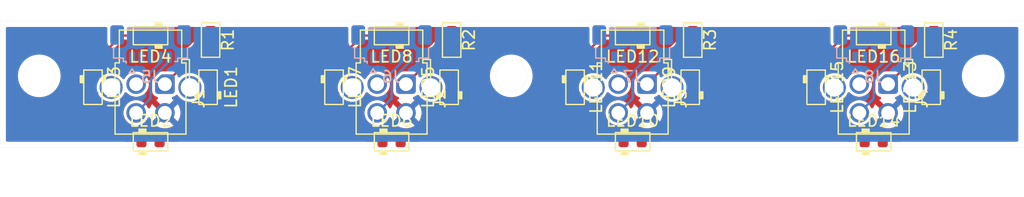
<source format=kicad_pcb>
(kicad_pcb
	(version 20241229)
	(generator "pcbnew")
	(generator_version "9.0")
	(general
		(thickness 1.6)
		(legacy_teardrops no)
	)
	(paper "A4")
	(layers
		(0 "F.Cu" signal)
		(2 "B.Cu" signal)
		(9 "F.Adhes" user "F.Adhesive")
		(11 "B.Adhes" user "B.Adhesive")
		(13 "F.Paste" user)
		(15 "B.Paste" user)
		(5 "F.SilkS" user "F.Silkscreen")
		(7 "B.SilkS" user "B.Silkscreen")
		(1 "F.Mask" user)
		(3 "B.Mask" user)
		(17 "Dwgs.User" user "User.Drawings")
		(19 "Cmts.User" user "User.Comments")
		(21 "Eco1.User" user "User.Eco1")
		(23 "Eco2.User" user "User.Eco2")
		(25 "Edge.Cuts" user)
		(27 "Margin" user)
		(31 "F.CrtYd" user "F.Courtyard")
		(29 "B.CrtYd" user "B.Courtyard")
		(35 "F.Fab" user)
		(33 "B.Fab" user)
		(39 "User.1" user)
		(41 "User.2" user)
		(43 "User.3" user)
		(45 "User.4" user)
	)
	(setup
		(pad_to_mask_clearance 0)
		(allow_soldermask_bridges_in_footprints no)
		(tenting front back)
		(pcbplotparams
			(layerselection 0x00000000_00000000_55555555_5755f5ff)
			(plot_on_all_layers_selection 0x00000000_00000000_00000000_00000000)
			(disableapertmacros no)
			(usegerberextensions no)
			(usegerberattributes yes)
			(usegerberadvancedattributes yes)
			(creategerberjobfile yes)
			(dashed_line_dash_ratio 12.000000)
			(dashed_line_gap_ratio 3.000000)
			(svgprecision 4)
			(plotframeref no)
			(mode 1)
			(useauxorigin no)
			(hpglpennumber 1)
			(hpglpenspeed 20)
			(hpglpendiameter 15.000000)
			(pdf_front_fp_property_popups yes)
			(pdf_back_fp_property_popups yes)
			(pdf_metadata yes)
			(pdf_single_document no)
			(dxfpolygonmode yes)
			(dxfimperialunits yes)
			(dxfusepcbnewfont yes)
			(psnegative no)
			(psa4output no)
			(plot_black_and_white yes)
			(sketchpadsonfab no)
			(plotpadnumbers no)
			(hidednponfab no)
			(sketchdnponfab yes)
			(crossoutdnponfab yes)
			(subtractmaskfromsilk no)
			(outputformat 1)
			(mirror no)
			(drillshape 1)
			(scaleselection 1)
			(outputdirectory "")
		)
	)
	(net 0 "")
	(net 1 "/CAN0_H")
	(net 2 "GND")
	(net 3 "/CAN0_L")
	(net 4 "/CAN1_L")
	(net 5 "/CAN1_H")
	(net 6 "/CAN2_L")
	(net 7 "/CAN2_H")
	(net 8 "/CAN3_H")
	(net 9 "/CAN3_L")
	(net 10 "unconnected-(J5-Pin_2-Pad2)")
	(net 11 "unconnected-(J5-Pin_1-Pad1)")
	(net 12 "unconnected-(J6-Pin_2-Pad2)")
	(net 13 "unconnected-(J6-Pin_1-Pad1)")
	(net 14 "unconnected-(J7-Pin_2-Pad2)")
	(net 15 "unconnected-(J7-Pin_1-Pad1)")
	(net 16 "unconnected-(J8-Pin_1-Pad1)")
	(net 17 "unconnected-(J8-Pin_2-Pad2)")
	(net 18 "Net-(LED1-K)")
	(net 19 "Net-(LED1-A)")
	(net 20 "Net-(LED2-K)")
	(net 21 "Net-(LED3-K)")
	(net 22 "Net-(LED5-A)")
	(net 23 "Net-(LED5-K)")
	(net 24 "Net-(LED6-K)")
	(net 25 "Net-(LED7-K)")
	(net 26 "Net-(LED9-A)")
	(net 27 "Net-(LED10-A)")
	(net 28 "Net-(LED10-K)")
	(net 29 "Net-(LED11-K)")
	(net 30 "Net-(LED13-A)")
	(net 31 "Net-(LED13-K)")
	(net 32 "Net-(LED14-K)")
	(net 33 "Net-(LED15-K)")
	(net 34 "CAN0_+12V")
	(net 35 "CAN1_+12V")
	(net 36 "CAN2_+12V")
	(net 37 "CAN3_+12V")
	(footprint "PCM_LED_SMD_AKL:LED_0603_1608Metric" (layer "F.Cu") (at 107.505 99.75 -90))
	(footprint "PCM_Resistor_SMD_AKL:R_0603_1608Metric" (layer "F.Cu") (at 138.665 95.64 -90))
	(footprint "PCM_LED_SMD_AKL:LED_0603_1608Metric" (layer "F.Cu") (at 149.385 99.75 -90))
	(footprint "PCM_Resistor_SMD_AKL:R_0603_1608Metric" (layer "F.Cu") (at 180.545 95.64 -90))
	(footprint "PCM_LED_SMD_AKL:LED_0603_1608Metric" (layer "F.Cu") (at 128.445 99.75 -90))
	(footprint "Library:Molex_Nano-Fit_105312-xx04_2x02_P2.50mm_Vertical" (layer "F.Cu") (at 134.695 99.48 -90))
	(footprint "Library:Molex_Nano-Fit_105312-xx04_2x02_P2.50mm_Vertical" (layer "F.Cu") (at 155.635 99.48 -90))
	(footprint "PCM_LED_SMD_AKL:LED_0603_1608Metric" (layer "F.Cu") (at 154.385 95.25 180))
	(footprint "Library:Molex_Nano-Fit_105312-xx04_2x02_P2.50mm_Vertical" (layer "F.Cu") (at 176.575 99.48 -90))
	(footprint "PCM_LED_SMD_AKL:LED_0603_1608Metric" (layer "F.Cu") (at 138.445 99.75 90))
	(footprint "PCM_Resistor_SMD_AKL:R_0603_1608Metric" (layer "F.Cu") (at 117.725 95.64 -90))
	(footprint "PCM_LED_SMD_AKL:LED_0603_1608Metric" (layer "F.Cu") (at 133.445 104.5))
	(footprint "PCM_LED_SMD_AKL:LED_0603_1608Metric" (layer "F.Cu") (at 154.385 104.5))
	(footprint "PCM_LED_SMD_AKL:LED_0603_1608Metric" (layer "F.Cu") (at 180.325 99.75 90))
	(footprint "Library:Molex_Nano-Fit_105312-xx04_2x02_P2.50mm_Vertical" (layer "F.Cu") (at 113.755 99.48 -90))
	(footprint "PCM_LED_SMD_AKL:LED_0603_1608Metric" (layer "F.Cu") (at 117.505 99.75 90))
	(footprint "PCM_LED_SMD_AKL:LED_0603_1608Metric" (layer "F.Cu") (at 175.325 104.5))
	(footprint "PCM_LED_SMD_AKL:LED_0603_1608Metric" (layer "F.Cu") (at 159.385 99.75 90))
	(footprint "PCM_Resistor_SMD_AKL:R_0603_1608Metric" (layer "F.Cu") (at 159.605 95.64 -90))
	(footprint "PCM_LED_SMD_AKL:LED_0603_1608Metric" (layer "F.Cu") (at 175.325 95.25 180))
	(footprint "PCM_LED_SMD_AKL:LED_0603_1608Metric" (layer "F.Cu") (at 133.445 95.25 180))
	(footprint "PCM_LED_SMD_AKL:LED_0603_1608Metric" (layer "F.Cu") (at 112.505 95.25 180))
	(footprint "PCM_LED_SMD_AKL:LED_0603_1608Metric" (layer "F.Cu") (at 112.505 104.5))
	(footprint "PCM_LED_SMD_AKL:LED_0603_1608Metric" (layer "F.Cu") (at 170.325 99.75 -90))
	(footprint "Connector_JST:JST_SUR_SM05B-SURS-TF_1x05-1MP_P0.80mm_Horizontal" (layer "B.Cu") (at 175.325 96))
	(footprint "Connector_JST:JST_SUR_SM05B-SURS-TF_1x05-1MP_P0.80mm_Horizontal" (layer "B.Cu") (at 112.505 96))
	(footprint "Connector_JST:JST_SUR_SM05B-SURS-TF_1x05-1MP_P0.80mm_Horizontal" (layer "B.Cu") (at 133.445 96))
	(footprint "Connector_JST:JST_SUR_SM05B-SURS-TF_1x05-1MP_P0.80mm_Horizontal" (layer "B.Cu") (at 154.385 96))
	(gr_line
		(start 188.39 94)
		(end 99.44 94)
		(stroke
			(width 0.01)
			(type solid)
		)
		(layer "Edge.Cuts")
		(uuid "5ef76991-e48b-43e3-a4e8-3741ad355c37")
	)
	(gr_circle
		(center 184.84 98.76)
		(end 186.19 98.76)
		(stroke
			(width 0.01)
			(type solid)
		)
		(fill no)
		(layer "Edge.Cuts")
		(uuid "95c56f5c-3d4c-412a-ab8f-514e2206c8af")
	)
	(gr_circle
		(center 102.84 98.76)
		(end 104.19 98.76)
		(stroke
			(width 0.01)
			(type solid)
		)
		(fill no)
		(layer "Edge.Cuts")
		(uuid "b1b99e18-3433-41f6-bcb8-5e737b9576ef")
	)
	(gr_circle
		(center 143.84 98.76)
		(end 145.19 98.76)
		(stroke
			(width 0.01)
			(type solid)
		)
		(fill no)
		(layer "Edge.Cuts")
		(uuid "bb519c6f-e6e1-4679-8747-b641c7b5a6ce")
	)
	(gr_line
		(start 99.44 105)
		(end 188.39 105)
		(stroke
			(width 0.01)
			(type solid)
		)
		(layer "Edge.Cuts")
		(uuid "c022685a-7338-461b-b171-4aade763c0ff")
	)
	(gr_line
		(start 99.44 94)
		(end 99.44 105)
		(stroke
			(width 0.01)
			(type solid)
		)
		(layer "Edge.Cuts")
		(uuid "d19f0ec4-6951-42fe-96df-17a9cd735eb9")
	)
	(gr_line
		(start 188.39 105)
		(end 188.39 94)
		(stroke
			(width 0.01)
			(type solid)
		)
		(layer "Edge.Cuts")
		(uuid "de6d1569-e3f9-42bb-9585-85b561558a42")
	)
	(segment
		(start 111.474999 99.48)
		(end 113.305 97.649999)
		(width 0.2)
		(layer "B.Cu")
		(net 1)
		(uuid "04e764cb-7cc2-45cd-be6e-69206c01c0e3")
	)
	(segment
		(start 111.255 99.48)
		(end 111.474999 99.48)
		(width 0.2)
		(layer "B.Cu")
		(net 1)
		(uuid "3210ac1c-2502-445c-b429-2f8308bad278")
	)
	(segment
		(start 113.305 97.649999)
		(end 113.305 97.15)
		(width 0.2)
		(layer "B.Cu")
		(net 1)
		(uuid "96639345-558a-4eaa-a0f1-a7c498ea0bdc")
	)
	(segment
		(start 112.505 99.11)
		(end 114.105 97.51)
		(width 0.2)
		(layer "B.Cu")
		(net 3)
		(uuid "3ed04364-08c9-47a9-b19a-1aceee430e66")
	)
	(segment
		(start 112.505 100.73)
		(end 112.505 99.11)
		(width 0.2)
		(layer "B.Cu")
		(net 3)
		(uuid "454271c3-0a1b-4a79-b90e-2e13ee37277c")
	)
	(segment
		(start 111.255 101.98)
		(end 112.505 100.73)
		(width 0.2)
		(layer "B.Cu")
		(net 3)
		(uuid "50020eca-5814-43d6-86db-40a1bb066445")
	)
	(segment
		(start 114.105 97.51)
		(end 114.105 97.15)
		(width 0.2)
		(layer "B.Cu")
		(net 3)
		(uuid "7aeb74bb-b067-4bca-8161-9ae33f47b731")
	)
	(segment
		(start 133.445 100.73)
		(end 133.445 99.11)
		(width 0.2)
		(layer "B.Cu")
		(net 4)
		(uuid "1619191a-b66a-45e2-b587-25f2ad25c4d2")
	)
	(segment
		(start 132.195 101.98)
		(end 133.445 100.73)
		(width 0.2)
		(layer "B.Cu")
		(net 4)
		(uuid "395b193d-1192-416e-a105-11ca3141f248")
	)
	(segment
		(start 135.045 97.51)
		(end 135.045 97.15)
		(width 0.2)
		(layer "B.Cu")
		(net 4)
		(uuid "e8f70805-8c35-4f8e-bc41-1664bb97ca97")
	)
	(segment
		(start 133.445 99.11)
		(end 135.045 97.51)
		(width 0.2)
		(layer "B.Cu")
		(net 4)
		(uuid "f03a9e45-d7ff-48d3-b60f-2e638376e8da")
	)
	(segment
		(start 132.414999 99.48)
		(end 134.245 97.649999)
		(width 0.2)
		(layer "B.Cu")
		(net 5)
		(uuid "0d5812e7-78d0-4547-ac53-e47a492bfb5d")
	)
	(segment
		(start 132.195 99.48)
		(end 132.414999 99.48)
		(width 0.2)
		(layer "B.Cu")
		(net 5)
		(uuid "7e2871a5-b2af-4993-9250-c3ac425c8f0c")
	)
	(segment
		(start 134.245 97.649999)
		(end 134.245 97.15)
		(width 0.2)
		(layer "B.Cu")
		(net 5)
		(uuid "f4d6712c-bd5e-4e2c-9b2f-48c66a332f16")
	)
	(segment
		(start 155.985 97.51)
		(end 155.985 97.15)
		(width 0.2)
		(layer "B.Cu")
		(net 6)
		(uuid "12c43d22-5e32-4508-b83c-4e8782a06785")
	)
	(segment
		(start 154.385 100.73)
		(end 154.385 99.11)
		(width 0.2)
		(layer "B.Cu")
		(net 6)
		(uuid "2a05557f-a879-4543-ae9f-ef8bed437846")
	)
	(segment
		(start 153.135 101.98)
		(end 154.385 100.73)
		(width 0.2)
		(layer "B.Cu")
		(net 6)
		(uuid "4429e035-c841-4ebf-bc55-6b90053e51bd")
	)
	(segment
		(start 154.385 99.11)
		(end 155.985 97.51)
		(width 0.2)
		(layer "B.Cu")
		(net 6)
		(uuid "a466eeca-c95c-422f-ac2e-a33169de498c")
	)
	(segment
		(start 153.135 99.48)
		(end 153.354999 99.48)
		(width 0.2)
		(layer "B.Cu")
		(net 7)
		(uuid "68dc8ff4-6989-400f-b483-30d36505adfa")
	)
	(segment
		(start 155.185 97.649999)
		(end 155.185 97.15)
		(width 0.2)
		(layer "B.Cu")
		(net 7)
		(uuid "8576d9ba-0695-4865-bc97-d6ebcf0dfb0d")
	)
	(segment
		(start 153.354999 99.48)
		(end 155.185 97.649999)
		(width 0.2)
		(layer "B.Cu")
		(net 7)
		(uuid "e44efeb1-b65d-4f02-88da-27b80ab37f3f")
	)
	(segment
		(start 174.075 99.48)
		(end 174.294999 99.48)
		(width 0.2)
		(layer "B.Cu")
		(net 8)
		(uuid "11468dc6-fb71-4433-8dac-deccb3dc19eb")
	)
	(segment
		(start 176.125 97.649999)
		(end 176.125 97.15)
		(width 0.2)
		(layer "B.Cu")
		(net 8)
		(uuid "9815c892-3075-42c5-aa0f-9217a72d2220")
	)
	(segment
		(start 174.294999 99.48)
		(end 176.125 97.649999)
		(width 0.2)
		(layer "B.Cu")
		(net 8)
		(uuid "ffbe1a24-f5c8-4bec-91bc-f76497ac2f81")
	)
	(segment
		(start 174.075 101.98)
		(end 175.325 100.73)
		(width 0.2)
		(layer "B.Cu")
		(net 9)
		(uuid "0f4e796f-60f8-451a-bde1-cd71232ce831")
	)
	(segment
		(start 175.325 100.73)
		(end 175.325 99.11)
		(width 0.2)
		(layer "B.Cu")
		(net 9)
		(uuid "2656450d-8716-4eee-8a56-837d4c68179d")
	)
	(segment
		(start 176.925 97.51)
		(end 176.925 97.15)
		(width 0.2)
		(layer "B.Cu")
		(net 9)
		(uuid "95a945cb-4dfa-4fd9-b28e-cf0518207a33")
	)
	(segment
		(start 175.325 99.11)
		(end 176.925 97.51)
		(width 0.2)
		(layer "B.Cu")
		(net 9)
		(uuid "a22a9c17-7650-4787-9634-1b5d56c097ac")
	)
	(segment
		(start 114.826 104.399)
		(end 113.2925 104.399)
		(width 0.2)
		(layer "F.Cu")
		(net 18)
		(uuid "7be782e4-9421-4c6b-8b2e-5c3701f70972")
	)
	(segment
		(start 117.505 101.72)
		(end 114.826 104.399)
		(width 0.2)
		(layer "F.Cu")
		(net 18)
		(uuid "a81c8d19-e2df-4bd2-bcdb-812893b0d918")
	)
	(segment
		(start 117.505 100.5375)
		(end 117.505 101.72)
		(width 0.2)
		(layer "F.Cu")
		(net 18)
		(uuid "ae5e89db-3c95-424c-b588-8368ae095511")
	)
	(segment
		(start 117.725 97.525)
		(end 117.725 96.465)
		(width 0.2)
		(layer "F.Cu")
		(net 19)
		(uuid "10c6e6fa-279f-4c6a-9857-7247f5755b35")
	)
	(segment
		(start 117.505 98.9625)
		(end 117.505 97.745)
		(width 0.2)
		(layer "F.Cu")
		(net 19)
		(uuid "51598a4c-35f0-4e4b-b93a-afb4d011b601")
	)
	(segment
		(start 117.505 97.745)
		(end 117.725 97.525)
		(width 0.2)
		(layer "F.Cu")
		(net 19)
		(uuid "9d77374a-62d1-40e2-b2b3-a07c381667c7")
	)
	(segment
		(start 107.505 101.578)
		(end 110.326 104.399)
		(width 0.2)
		(layer "F.Cu")
		(net 20)
		(uuid "03b3cd04-f33d-4395-83ce-1d029df12495")
	)
	(segment
		(start 110.326 104.399)
		(end 111.7175 104.399)
		(width 0.2)
		(layer "F.Cu")
		(net 20)
		(uuid "bbecc3fe-a9c7-491e-8815-0f2b21b7304f")
	)
	(segment
		(start 107.505 100.5375)
		(end 107.505 101.578)
		(width 0.2)
		(layer "F.Cu")
		(net 20)
		(uuid "e304bfbe-5c1a-461b-89f5-44c3173ca34d")
	)
	(segment
		(start 107.505 97.72)
		(end 109.975 95.25)
		(width 0.2)
		(layer "F.Cu")
		(net 21)
		(uuid "3fa5c6f9-08cf-4280-8beb-820a19985c97")
	)
	(segment
		(start 107.505 98.9625)
		(end 107.505 97.72)
		(width 0.2)
		(layer "F.Cu")
		(net 21)
		(uuid "66b066ca-4408-4608-8875-cbd54b083d44")
	)
	(segment
		(start 109.975 95.25)
		(end 111.7175 95.25)
		(width 0.2)
		(layer "F.Cu")
		(net 21)
		(uuid "ccd93ad2-8afb-4362-bd18-f2c6eca2e920")
	)
	(segment
		(start 138.445081 98.962486)
		(end 138.445081 97.744986)
		(width 0.2)
		(layer "F.Cu")
		(net 22)
		(uuid "0dda2049-05c8-4eaf-ab5e-f8d3c786eb37")
	)
	(segment
		(start 138.665081 97.524986)
		(end 138.665081 96.464986)
		(width 0.2)
		(layer "F.Cu")
		(net 22)
		(uuid "17056840-6155-4660-aada-5648c6f78b0f")
	)
	(segment
		(start 138.445081 97.744986)
		(end 138.665081 97.524986)
		(width 0.2)
		(layer "F.Cu")
		(net 22)
		(uuid "c84b5448-2138-4769-b74e-17ee997d5ce6")
	)
	(segment
		(start 135.766 104.399)
		(end 134.2325 104.399)
		(width 0.2)
		(layer "F.Cu")
		(net 23)
		(uuid "072af414-419e-4fbc-944c-37d9a785751b")
	)
	(segment
		(start 138.445 101.72)
		(end 135.766 104.399)
		(width 0.2)
		(layer "F.Cu")
		(net 23)
		(uuid "cb7b81b3-14d8-43e7-a922-db10483c0de8")
	)
	(segment
		(start 138.445 100.5375)
		(end 138.445 101.72)
		(width 0.2)
		(layer "F.Cu")
		(net 23)
		(uuid "eb52ff69-e47e-49e2-a744-e4cc01822fd6")
	)
	(segment
		(start 128.445 101.578)
		(end 131.266 104.399)
		(width 0.2)
		(layer "F.Cu")
		(net 24)
		(uuid "7a5d1ce6-a9db-44da-80a3-a8c4a5aef04c")
	)
	(segment
		(start 128.445 100.5375)
		(end 128.445 101.578)
		(width 0.2)
		(layer "F.Cu")
		(net 24)
		(uuid "a1926b07-1eea-40e1-bf03-f2e05a61956b")
	)
	(segment
		(start 131.266 104.399)
		(end 132.6575 104.399)
		(width 0.2)
		(layer "F.Cu")
		(net 24)
		(uuid "b9ad3127-cdfa-4e17-90f5-a409d5b2cdfc")
	)
	(segment
		(start 128.445 98.9625)
		(end 128.445 97.72)
		(width 0.2)
		(layer "F.Cu")
		(net 25)
		(uuid "1ecaec99-8765-4542-9709-f1e2a4d01735")
	)
	(segment
		(start 128.445 97.72)
		(end 130.915 95.25)
		(width 0.2)
		(layer "F.Cu")
		(net 25)
		(uuid "954901e6-0138-41b6-85f8-61a5fe438e8e")
	)
	(segment
		(start 130.915 95.25)
		(end 132.6575 95.25)
		(width 0.2)
		(layer "F.Cu")
		(net 25)
		(uuid "fa1b9c55-fc2b-4e41-a078-46a828bef738")
	)
	(segment
		(start 159.605148 97.524931)
		(end 159.605148 96.464931)
		(width 0.2)
		(layer "F.Cu")
		(net 26)
		(uuid "06218883-b96d-4cce-be8d-677cbddc63b6")
	)
	(segment
		(start 159.385148 98.962431)
		(end 159.385148 97.744931)
		(width 0.2)
		(layer "F.Cu")
		(net 26)
		(uuid "966f47b0-9da7-47dd-a750-2d696743f5fe")
	)
	(segment
		(start 159.385148 97.744931)
		(end 159.605148 97.524931)
		(width 0.2)
		(layer "F.Cu")
		(net 26)
		(uuid "ae480416-8ded-4e8d-99a6-cfe1ecd5af70")
	)
	(segment
		(start 156.706 104.399)
		(end 155.1725 104.399)
		(width 0.2)
		(layer "F.Cu")
		(net 27)
		(uuid "52eb3047-406d-4db4-a01d-5cf0f3a2a794")
	)
	(segment
		(start 159.385 100.5375)
		(end 159.385 101.72)
		(width 0.2)
		(layer "F.Cu")
		(net 27)
		(uuid "b68668c3-9232-4fb6-8211-24e1f9c3069b")
	)
	(segment
		(start 159.385 101.72)
		(end 156.706 104.399)
		(width 0.2)
		(layer "F.Cu")
		(net 27)
		(uuid "cb9e5ba1-1228-493f-820e-68f57b77887f")
	)
	(segment
		(start 149.385 100.5375)
		(end 149.385 101.578)
		(width 0.2)
		(layer "F.Cu")
		(net 28)
		(uuid "92bd6de3-2711-4221-85e7-914e2e137fd5")
	)
	(segment
		(start 152.206 104.399)
		(end 153.5975 104.399)
		(width 0.2)
		(layer "F.Cu")
		(net 28)
		(uuid "ab510383-b64f-488a-af54-5c29bc1bcf47")
	)
	(segment
		(start 149.385 101.578)
		(end 152.206 104.399)
		(width 0.2)
		(layer "F.Cu")
		(net 28)
		(uuid "b8cd754e-34b9-403c-ac35-d53ec9d12cf2")
	)
	(segment
		(start 149.385 97.72)
		(end 151.855 95.25)
		(width 0.2)
		(layer "F.Cu")
		(net 29)
		(uuid "6a7de798-082d-456e-aad2-43ecbd8a7bd4")
	)
	(segment
		(start 149.385 98.9625)
		(end 149.385 97.72)
		(width 0.2)
		(layer "F.Cu")
		(net 29)
		(uuid "cfeabcc2-c29a-4860-996a-d823d206770a")
	)
	(segment
		(start 151.855 95.25)
		(end 153.5975 95.25)
		(width 0.2)
		(layer "F.Cu")
		(net 29)
		(uuid "efcc8f8a-b2ff-4bcc-98ed-e857214a5f4c")
	)
	(segment
		(start 180.324964 97.74498)
		(end 180.544964 97.52498)
		(width 0.2)
		(layer "F.Cu")
		(net 30)
		(uuid "143306c7-04da-4a87-89e4-e521e1036443")
	)
	(segment
		(start 180.324964 98.96248)
		(end 180.324964 97.74498)
		(width 0.2)
		(layer "F.Cu")
		(net 30)
		(uuid "524b4024-9de5-462a-a174-e6972825d69b")
	)
	(segment
		(start 180.544964 97.52498)
		(end 180.544964 96.46498)
		(width 0.2)
		(layer "F.Cu")
		(net 30)
		(uuid "5a4642d1-fafe-4693-a841-d74cc989e776")
	)
	(segment
		(start 180.325 101.72)
		(end 177.646 104.399)
		(width 0.2)
		(layer "F.Cu")
		(net 31)
		(uuid "2522d627-b1d1-4b5b-8798-92b5951da6cd")
	)
	(segment
		(start 180.325 100.5375)
		(end 180.325 101.72)
		(wid
... [121280 chars truncated]
</source>
